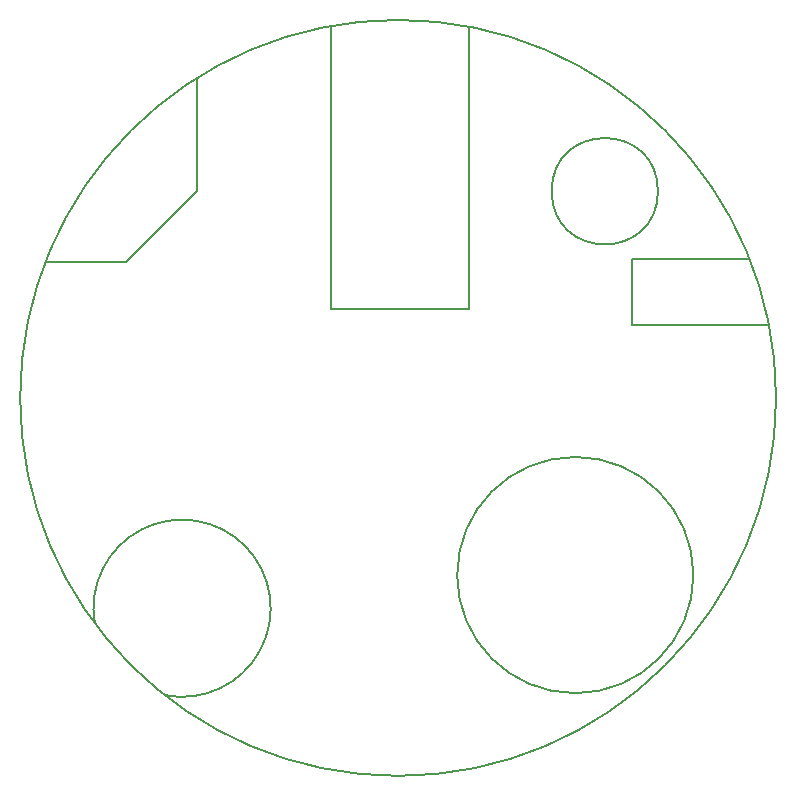
<source format=gm1>
G04 #@! TF.FileFunction,Profile,NP*
%FSLAX46Y46*%
G04 Gerber Fmt 4.6, Leading zero omitted, Abs format (unit mm)*
G04 Created by KiCad (PCBNEW 4.0.7) date 06/01/18 20:18:40*
%MOMM*%
%LPD*%
G01*
G04 APERTURE LIST*
%ADD10C,0.100000*%
%ADD11C,0.200000*%
%ADD12C,0.150000*%
G04 APERTURE END LIST*
D10*
D11*
X56000000Y-42500000D02*
X56000000Y-18560000D01*
X44300000Y-42500000D02*
X56000000Y-42500000D01*
X44300000Y-18500000D02*
X44300000Y-42500000D01*
X30265980Y-75171454D02*
G75*
G03X24320000Y-69100000I1444020J7361454D01*
G01*
X69800000Y-43800000D02*
X81400000Y-43800000D01*
X69800000Y-38200000D02*
X69800000Y-43800000D01*
X79750000Y-38200000D02*
X69800000Y-38200000D01*
D12*
X33000000Y-32500000D02*
X33000000Y-22870000D01*
X27000000Y-38500000D02*
X33000000Y-32500000D01*
X20100000Y-38500000D02*
X27000000Y-38500000D01*
D11*
X72000000Y-32500000D02*
G75*
G03X72000000Y-32500000I-4500000J0D01*
G01*
X75000000Y-65000000D02*
G75*
G03X75000000Y-65000000I-10000000J0D01*
G01*
X82000000Y-50000000D02*
G75*
G03X82000000Y-50000000I-32000000J0D01*
G01*
M02*

</source>
